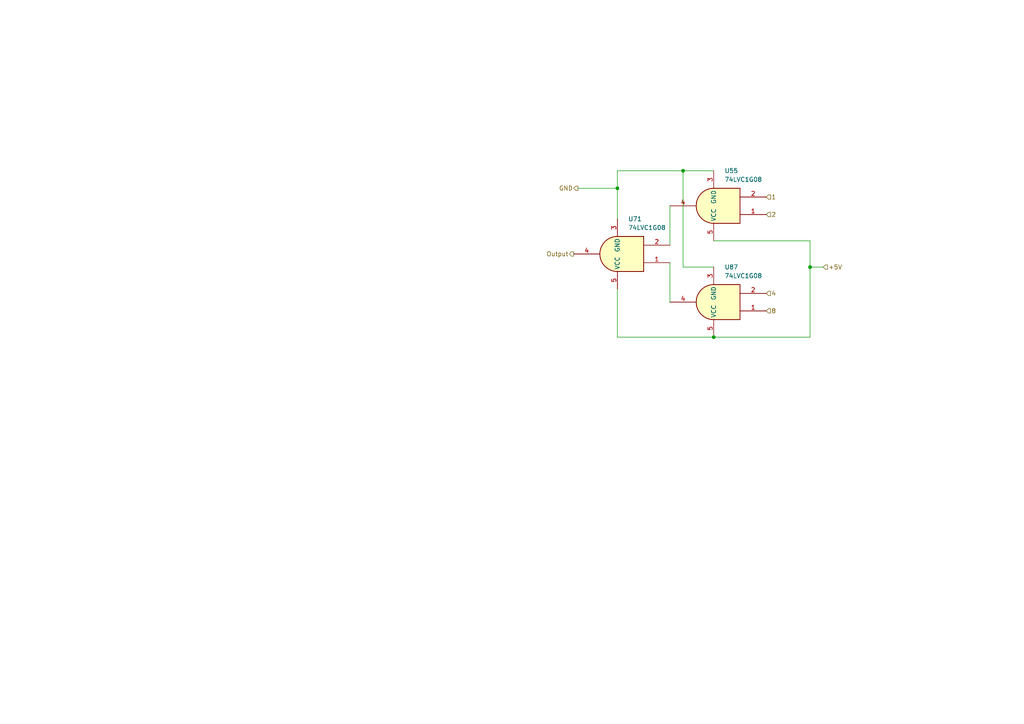
<source format=kicad_sch>
(kicad_sch (version 20250114) (generator "eeschema") (generator_version "9.0")
  (paper "A4")
  (lib_symbols
    (symbol "74xGxx:74LVC1G08"
      (property "Reference" "U" (at -5.08 7.62 0))
      (property "Value" "74LVC1G08" (at 7.62 -7.62 0))
      (symbol "74LVC1G08_0_1"
        (arc (start 0 5.08) (mid 5.0579 0) (end 0 -5.08) (stroke (width 0.254)) (fill (type background)))
        (polyline (pts (xy 0 -5.08) (xy -7.62 -5.08) (xy -7.62 5.08) (xy 0 5.08)) (stroke (width 0.254)) (fill (type background)))
      )
      (symbol "74LVC1G08_1_1"
        (pin input line (at -15.24 2.54 0) (length 7.62) (name "~") (number "1"))
        (pin input line (at -15.24 -2.54 0) (length 7.62) (name "~") (number "2"))
        (pin power_in line (at 0 10.16 270) (length 5.08) (name "VCC") (number "5"))
        (pin power_in line (at 0 -10.16 90) (length 5.08) (name "GND") (number "3"))
        (pin output line (at 12.7 0 180) (length 7.62) (name "~") (number "4"))
      )
    )
  )
  (junction (at 207.01 97.79))
  (junction (at 179.07 54.61))
  (junction (at 234.95 77.47))
  (junction (at 198.12 49.53))
  (wire (pts (xy 234.95 77.47) (xy 234.95 97.79)))
  (wire (pts (xy 179.07 49.53) (xy 179.07 54.61)))
  (wire (pts (xy 167.64 54.61) (xy 179.07 54.61)))
  (wire (pts (xy 234.95 77.47) (xy 234.95 69.85)))
  (wire (pts (xy 194.31 59.69) (xy 194.31 71.12)))
  (wire (pts (xy 207.01 97.79) (xy 234.95 97.79)))
  (wire (pts (xy 194.31 76.2) (xy 194.31 87.63)))
  (wire (pts (xy 179.07 97.79) (xy 179.07 83.82)))
  (wire (pts (xy 179.07 97.79) (xy 207.01 97.79)))
  (wire (pts (xy 198.12 49.53) (xy 179.07 49.53)))
  (wire (pts (xy 179.07 54.61) (xy 179.07 63.5)))
  (wire (pts (xy 198.12 77.47) (xy 198.12 49.53)))
  (wire (pts (xy 238.76 77.47) (xy 234.95 77.47)))
  (wire (pts (xy 207.01 49.53) (xy 198.12 49.53)))
  (wire (pts (xy 207.01 77.47) (xy 198.12 77.47)))
  (wire (pts (xy 234.95 69.85) (xy 207.01 69.85)))
  (hierarchical_label "GND" (shape output) (at 167.64 54.61 180))
  (hierarchical_label "4" (shape input) (at 222.25 85.09 0))
  (hierarchical_label "Output" (shape output) (at 166.37 73.66 180))
  (hierarchical_label "2" (shape input) (at 222.25 62.23 0))
  (hierarchical_label "+5V" (shape input) (at 238.76 77.47 0))
  (hierarchical_label "1" (shape input) (at 222.25 57.15 0))
  (hierarchical_label "8" (shape input) (at 222.25 90.17 0))
  (symbol (lib_id "74xGxx:74LVC1G08") (at 207.01 87.63 180) (unit 1)
    (property "Reference" "U86" (at 210.1281 77.47 0) (effects (justify right)))
    (property "Value" "74LVC1G08" (at 210.1281 80.01 0) (effects (justify right)))
    (property "Footprint" "andGate:SOT-23-5_L3.0-W1.7-P0.95-LS2.8-BR" (effects (hide yes)))
    (property "Datasheet" "https://www.ti.com/lit/ds/symlink/sn74lvc1g08.pdf" (effects (hide yes)))
    (property "Description" "Single AND Gate, Low-Voltage CMOS" (effects (hide yes)))
    (instances (project "to_ROMRAM_using_SWRegisters" (path "" (reference "U87") (unit 1)) (path "" (reference "U97") (unit 1)) (path "" (reference "U100") (unit 1)) (path "" (reference "U101") (unit 1)) (path "" (reference "U94") (unit 1)) (path "" (reference "U88") (unit 1)) (path "" (reference "U95") (unit 1)) (path "" (reference "U92") (unit 1)) (path "" (reference "U86") (unit 1)) (path "" (reference "U91") (unit 1)) (path "" (reference "U99") (unit 1)) (path "" (reference "U90") (unit 1)) (path "" (reference "U98") (unit 1)) (path "" (reference "U89") (unit 1)) (path "" (reference "U96") (unit 1)) (path "" (reference "U93") (unit 1))))
  )
  (symbol (lib_id "74xGxx:74LVC1G08") (at 179.07 73.66 180) (unit 1)
    (property "Reference" "U70" (at 182.1881 63.5 0) (effects (justify right)))
    (property "Value" "74LVC1G08" (at 182.1881 66.04 0) (effects (justify right)))
    (property "Footprint" "andGate:SOT-23-5_L3.0-W1.7-P0.95-LS2.8-BR" (effects (hide yes)))
    (property "Datasheet" "https://www.ti.com/lit/ds/symlink/sn74lvc1g08.pdf" (effects (hide yes)))
    (property "Description" "Single AND Gate, Low-Voltage CMOS" (effects (hide yes)))
    (instances (project "to_ROMRAM_using_SWRegisters" (path "" (reference "U71") (unit 1)) (path "" (reference "U81") (unit 1)) (path "" (reference "U84") (unit 1)) (path "" (reference "U85") (unit 1)) (path "" (reference "U78") (unit 1)) (path "" (reference "U72") (unit 1)) (path "" (reference "U79") (unit 1)) (path "" (reference "U76") (unit 1)) (path "" (reference "U70") (unit 1)) (path "" (reference "U75") (unit 1)) (path "" (reference "U83") (unit 1)) (path "" (reference "U74") (unit 1)) (path "" (reference "U82") (unit 1)) (path "" (reference "U73") (unit 1)) (path "" (reference "U80") (unit 1)) (path "" (reference "U77") (unit 1))))
  )
  (symbol (lib_id "74xGxx:74LVC1G08") (at 207.01 59.69 180) (unit 1)
    (property "Reference" "U54" (at 210.1281 49.53 0) (effects (justify right)))
    (property "Value" "74LVC1G08" (at 210.1281 52.07 0) (effects (justify right)))
    (property "Footprint" "andGate:SOT-23-5_L3.0-W1.7-P0.95-LS2.8-BR" (effects (hide yes)))
    (property "Datasheet" "https://www.ti.com/lit/ds/symlink/sn74lvc1g08.pdf" (effects (hide yes)))
    (property "Description" "Single AND Gate, Low-Voltage CMOS" (effects (hide yes)))
    (instances (project "" (path "" (reference "U55") (unit 1)) (path "" (reference "U65") (unit 1)) (path "" (reference "U68") (unit 1)) (path "" (reference "U69") (unit 1)) (path "" (reference "U62") (unit 1)) (path "" (reference "U56") (unit 1)) (path "" (reference "U63") (unit 1)) (path "" (reference "U60") (unit 1)) (path "" (reference "U54") (unit 1)) (path "" (reference "U59") (unit 1)) (path "" (reference "U67") (unit 1)) (path "" (reference "U58") (unit 1)) (path "" (reference "U66") (unit 1)) (path "" (reference "U57") (unit 1)) (path "" (reference "U64") (unit 1)) (path "" (reference "U61") (unit 1))))
  )
)
</source>
